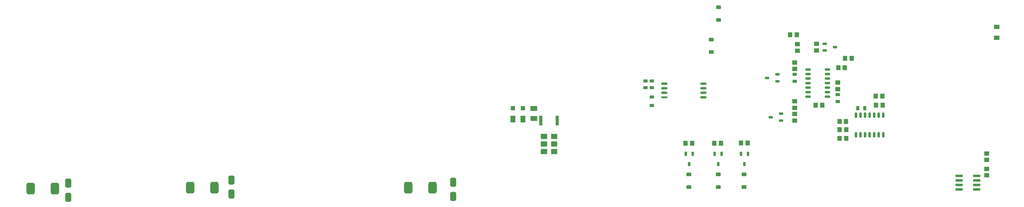
<source format=gbp>
G04*
G04 #@! TF.GenerationSoftware,Altium Limited,Altium Designer,23.9.2 (47)*
G04*
G04 Layer_Color=128*
%FSLAX44Y44*%
%MOMM*%
G71*
G04*
G04 #@! TF.SameCoordinates,B1C0779B-3EB0-494A-A092-0BE117C51D64*
G04*
G04*
G04 #@! TF.FilePolarity,Positive*
G04*
G01*
G75*
G04:AMPARAMS|DCode=16|XSize=0.65mm|YSize=1.25mm|CornerRadius=0.1625mm|HoleSize=0mm|Usage=FLASHONLY|Rotation=180.000|XOffset=0mm|YOffset=0mm|HoleType=Round|Shape=RoundedRectangle|*
%AMROUNDEDRECTD16*
21,1,0.6500,0.9250,0,0,180.0*
21,1,0.3250,1.2500,0,0,180.0*
1,1,0.3250,-0.1625,0.4625*
1,1,0.3250,0.1625,0.4625*
1,1,0.3250,0.1625,-0.4625*
1,1,0.3250,-0.1625,-0.4625*
%
%ADD16ROUNDEDRECTD16*%
G04:AMPARAMS|DCode=19|XSize=0.6mm|YSize=1.45mm|CornerRadius=0.15mm|HoleSize=0mm|Usage=FLASHONLY|Rotation=0.000|XOffset=0mm|YOffset=0mm|HoleType=Round|Shape=RoundedRectangle|*
%AMROUNDEDRECTD19*
21,1,0.6000,1.1500,0,0,0.0*
21,1,0.3000,1.4500,0,0,0.0*
1,1,0.3000,0.1500,-0.5750*
1,1,0.3000,-0.1500,-0.5750*
1,1,0.3000,-0.1500,0.5750*
1,1,0.3000,0.1500,0.5750*
%
%ADD19ROUNDEDRECTD19*%
%ADD22R,1.3000X0.9000*%
%ADD23R,0.9000X1.3000*%
%ADD24R,1.6000X1.2000*%
%ADD27R,1.1500X1.3500*%
G04:AMPARAMS|DCode=29|XSize=3.3mm|YSize=2.3mm|CornerRadius=0.575mm|HoleSize=0mm|Usage=FLASHONLY|Rotation=270.000|XOffset=0mm|YOffset=0mm|HoleType=Round|Shape=RoundedRectangle|*
%AMROUNDEDRECTD29*
21,1,3.3000,1.1500,0,0,270.0*
21,1,2.1500,2.3000,0,0,270.0*
1,1,1.1500,-0.5750,-1.0750*
1,1,1.1500,-0.5750,1.0750*
1,1,1.1500,0.5750,1.0750*
1,1,1.1500,0.5750,-1.0750*
%
%ADD29ROUNDEDRECTD29*%
%ADD30R,1.3500X1.1500*%
G04:AMPARAMS|DCode=34|XSize=1.7mm|YSize=2.5mm|CornerRadius=0.425mm|HoleSize=0mm|Usage=FLASHONLY|Rotation=0.000|XOffset=0mm|YOffset=0mm|HoleType=Round|Shape=RoundedRectangle|*
%AMROUNDEDRECTD34*
21,1,1.7000,1.6500,0,0,0.0*
21,1,0.8500,2.5000,0,0,0.0*
1,1,0.8500,0.4250,-0.8250*
1,1,0.8500,-0.4250,-0.8250*
1,1,0.8500,-0.4250,0.8250*
1,1,0.8500,0.4250,0.8250*
%
%ADD34ROUNDEDRECTD34*%
G04:AMPARAMS|DCode=35|XSize=0.65mm|YSize=1.25mm|CornerRadius=0.1625mm|HoleSize=0mm|Usage=FLASHONLY|Rotation=90.000|XOffset=0mm|YOffset=0mm|HoleType=Round|Shape=RoundedRectangle|*
%AMROUNDEDRECTD35*
21,1,0.6500,0.9250,0,0,90.0*
21,1,0.3250,1.2500,0,0,90.0*
1,1,0.3250,0.4625,0.1625*
1,1,0.3250,0.4625,-0.1625*
1,1,0.3250,-0.4625,-0.1625*
1,1,0.3250,-0.4625,0.1625*
%
%ADD35ROUNDEDRECTD35*%
%ADD36R,1.4000X1.9500*%
G04:AMPARAMS|DCode=106|XSize=1.97mm|YSize=0.6mm|CornerRadius=0.075mm|HoleSize=0mm|Usage=FLASHONLY|Rotation=0.000|XOffset=0mm|YOffset=0mm|HoleType=Round|Shape=RoundedRectangle|*
%AMROUNDEDRECTD106*
21,1,1.9700,0.4500,0,0,0.0*
21,1,1.8200,0.6000,0,0,0.0*
1,1,0.1500,0.9100,-0.2250*
1,1,0.1500,-0.9100,-0.2250*
1,1,0.1500,-0.9100,0.2250*
1,1,0.1500,0.9100,0.2250*
%
%ADD106ROUNDEDRECTD106*%
%ADD107O,1.8000X0.6000*%
%ADD108R,1.8000X0.6000*%
G04:AMPARAMS|DCode=109|XSize=1.3mm|YSize=1.1mm|CornerRadius=0.275mm|HoleSize=0mm|Usage=FLASHONLY|Rotation=180.000|XOffset=0mm|YOffset=0mm|HoleType=Round|Shape=RoundedRectangle|*
%AMROUNDEDRECTD109*
21,1,1.3000,0.5500,0,0,180.0*
21,1,0.7500,1.1000,0,0,180.0*
1,1,0.5500,-0.3750,0.2750*
1,1,0.5500,0.3750,0.2750*
1,1,0.5500,0.3750,-0.2750*
1,1,0.5500,-0.3750,-0.2750*
%
%ADD109ROUNDEDRECTD109*%
%ADD110R,0.9700X2.8300*%
G04:AMPARAMS|DCode=112|XSize=0.6mm|YSize=1.55mm|CornerRadius=0.15mm|HoleSize=0mm|Usage=FLASHONLY|Rotation=90.000|XOffset=0mm|YOffset=0mm|HoleType=Round|Shape=RoundedRectangle|*
%AMROUNDEDRECTD112*
21,1,0.6000,1.2500,0,0,90.0*
21,1,0.3000,1.5500,0,0,90.0*
1,1,0.3000,0.6250,0.1500*
1,1,0.3000,0.6250,-0.1500*
1,1,0.3000,-0.6250,-0.1500*
1,1,0.3000,-0.6250,0.1500*
%
%ADD112ROUNDEDRECTD112*%
%ADD113R,1.9500X1.4000*%
%ADD114R,1.2000X1.2000*%
G36*
X1839800Y189050D02*
X1822600D01*
Y202950D01*
X1839800D01*
Y189050D01*
D02*
G37*
G36*
X1811600D02*
X1794400D01*
Y202950D01*
X1811600D01*
Y189050D01*
D02*
G37*
G36*
X1839800Y167850D02*
X1822600D01*
Y181750D01*
X1839800D01*
Y167850D01*
D02*
G37*
G36*
X1811600D02*
X1794400D01*
Y181750D01*
X1811600D01*
Y167850D01*
D02*
G37*
G36*
X1839800Y146650D02*
X1822600D01*
Y160550D01*
X1839800D01*
Y146650D01*
D02*
G37*
G36*
X1811600D02*
X1794400D01*
Y160550D01*
X1811600D01*
Y146650D01*
D02*
G37*
D16*
X2353000Y147125D02*
D03*
X2372000D02*
D03*
X2362500Y118625D02*
D03*
X2279500Y147125D02*
D03*
X2298500D02*
D03*
X2289000Y118625D02*
D03*
X2199000Y147125D02*
D03*
X2218000D02*
D03*
X2208500Y118625D02*
D03*
D19*
X2749850Y201000D02*
D03*
X2737150D02*
D03*
X2724450D02*
D03*
X2711750D02*
D03*
X2699050D02*
D03*
X2686350D02*
D03*
X2673650D02*
D03*
X2749850Y255500D02*
D03*
X2737150D02*
D03*
X2724450D02*
D03*
X2711750D02*
D03*
X2699050D02*
D03*
X2686350D02*
D03*
X2673650D02*
D03*
D22*
X2104000Y351250D02*
D03*
Y332250D02*
D03*
X2086000D02*
D03*
Y351250D02*
D03*
X2104000Y306000D02*
D03*
Y283000D02*
D03*
X2503000Y350500D02*
D03*
Y369500D02*
D03*
X2622750Y294000D02*
D03*
Y313000D02*
D03*
D23*
X2698000Y275500D02*
D03*
X2679000D02*
D03*
D24*
X3066750Y503000D02*
D03*
Y472000D02*
D03*
D27*
X2579500Y283250D02*
D03*
X2561000D02*
D03*
X2216750Y176462D02*
D03*
X2198250D02*
D03*
X2627691Y237781D02*
D03*
X2646191D02*
D03*
X2729000Y309000D02*
D03*
X2747500D02*
D03*
X2628000Y215250D02*
D03*
X2646500D02*
D03*
X2643250Y415000D02*
D03*
X2661750D02*
D03*
X2624250Y388500D02*
D03*
X2642750D02*
D03*
X2646750Y190000D02*
D03*
X2628250D02*
D03*
X2278250Y176462D02*
D03*
X2296750D02*
D03*
X2353250Y177750D02*
D03*
X2371750D02*
D03*
X2490250Y481250D02*
D03*
X2508750D02*
D03*
X2729500Y283750D02*
D03*
X2748000D02*
D03*
D29*
X1492000Y52500D02*
D03*
X1424000D02*
D03*
X815000D02*
D03*
X883000D02*
D03*
X370000Y49500D02*
D03*
X438000D02*
D03*
D30*
X3038500Y148500D02*
D03*
Y130000D02*
D03*
Y105250D02*
D03*
Y86750D02*
D03*
X2510000Y454250D02*
D03*
Y435750D02*
D03*
X2503000Y276000D02*
D03*
Y294500D02*
D03*
Y259250D02*
D03*
Y240750D02*
D03*
Y403250D02*
D03*
Y384750D02*
D03*
X2622750Y346750D02*
D03*
Y328250D02*
D03*
X2564000Y436750D02*
D03*
Y455250D02*
D03*
D34*
X930250Y34250D02*
D03*
Y73750D02*
D03*
X1549750Y67750D02*
D03*
Y28250D02*
D03*
X475000Y25250D02*
D03*
Y64750D02*
D03*
D35*
X2435750Y250000D02*
D03*
X2464250Y240500D02*
D03*
Y259500D02*
D03*
X2425750Y360000D02*
D03*
X2454250Y350500D02*
D03*
Y369500D02*
D03*
X2586750Y436500D02*
D03*
Y455500D02*
D03*
X2615250Y446000D02*
D03*
D36*
X1744000Y245000D02*
D03*
X1716000D02*
D03*
D106*
X3010750Y47200D02*
D03*
Y59900D02*
D03*
Y72600D02*
D03*
Y85300D02*
D03*
X2961250D02*
D03*
Y72600D02*
D03*
Y59900D02*
D03*
Y47200D02*
D03*
D107*
X2247783Y343284D02*
D03*
Y330583D02*
D03*
Y317883D02*
D03*
Y305184D02*
D03*
X2138783Y343284D02*
D03*
Y330583D02*
D03*
Y317883D02*
D03*
D108*
Y305184D02*
D03*
D109*
X2270000Y432500D02*
D03*
Y467500D02*
D03*
X2290000Y522500D02*
D03*
Y557500D02*
D03*
X2207500Y89250D02*
D03*
Y54250D02*
D03*
X2361500Y89250D02*
D03*
Y54250D02*
D03*
X2289500Y89250D02*
D03*
Y54250D02*
D03*
D110*
X1794200Y240000D02*
D03*
X1840000D02*
D03*
D112*
X2540000Y306900D02*
D03*
Y319600D02*
D03*
Y332300D02*
D03*
Y345000D02*
D03*
Y357700D02*
D03*
Y370400D02*
D03*
Y383100D02*
D03*
X2594000Y306900D02*
D03*
Y319600D02*
D03*
Y332300D02*
D03*
Y345000D02*
D03*
Y357700D02*
D03*
Y383100D02*
D03*
Y370400D02*
D03*
D113*
X1775000Y274000D02*
D03*
Y246000D02*
D03*
D114*
X1744000Y275000D02*
D03*
X1716000D02*
D03*
M02*

</source>
